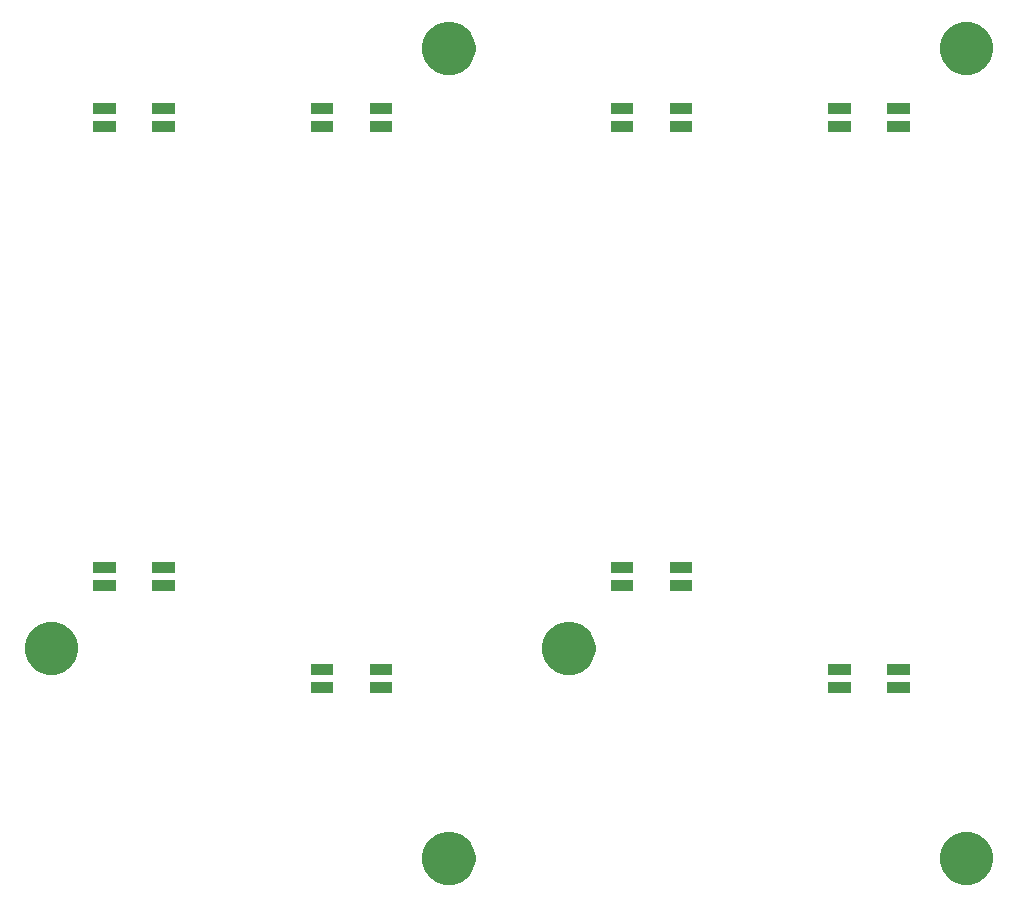
<source format=gbs>
G04 #@! TF.GenerationSoftware,KiCad,Pcbnew,5.1.5+dfsg1-2build2*
G04 #@! TF.CreationDate,2020-12-19T04:00:09+09:00*
G04 #@! TF.ProjectId,shield,73686965-6c64-42e6-9b69-6361645f7063,rev?*
G04 #@! TF.SameCoordinates,Original*
G04 #@! TF.FileFunction,Soldermask,Bot*
G04 #@! TF.FilePolarity,Negative*
%FSLAX46Y46*%
G04 Gerber Fmt 4.6, Leading zero omitted, Abs format (unit mm)*
G04 Created by KiCad (PCBNEW 5.1.5+dfsg1-2build2) date 2020-12-19 04:00:09*
%MOMM*%
%LPD*%
G04 APERTURE LIST*
%ADD10C,0.100000*%
G04 APERTURE END LIST*
D10*
G36*
X112670880Y-115869776D02*
G01*
X113051593Y-115945504D01*
X113461249Y-116115189D01*
X113829929Y-116361534D01*
X114143466Y-116675071D01*
X114389811Y-117043751D01*
X114559496Y-117453407D01*
X114646000Y-117888296D01*
X114646000Y-118331704D01*
X114559496Y-118766593D01*
X114389811Y-119176249D01*
X114143466Y-119544929D01*
X113829929Y-119858466D01*
X113461249Y-120104811D01*
X113051593Y-120274496D01*
X112670880Y-120350224D01*
X112616705Y-120361000D01*
X112173295Y-120361000D01*
X112119120Y-120350224D01*
X111738407Y-120274496D01*
X111328751Y-120104811D01*
X110960071Y-119858466D01*
X110646534Y-119544929D01*
X110400189Y-119176249D01*
X110230504Y-118766593D01*
X110144000Y-118331704D01*
X110144000Y-117888296D01*
X110230504Y-117453407D01*
X110400189Y-117043751D01*
X110646534Y-116675071D01*
X110960071Y-116361534D01*
X111328751Y-116115189D01*
X111738407Y-115945504D01*
X112119120Y-115869776D01*
X112173295Y-115859000D01*
X112616705Y-115859000D01*
X112670880Y-115869776D01*
G37*
G36*
X68855880Y-115869776D02*
G01*
X69236593Y-115945504D01*
X69646249Y-116115189D01*
X70014929Y-116361534D01*
X70328466Y-116675071D01*
X70574811Y-117043751D01*
X70744496Y-117453407D01*
X70831000Y-117888296D01*
X70831000Y-118331704D01*
X70744496Y-118766593D01*
X70574811Y-119176249D01*
X70328466Y-119544929D01*
X70014929Y-119858466D01*
X69646249Y-120104811D01*
X69236593Y-120274496D01*
X68855880Y-120350224D01*
X68801705Y-120361000D01*
X68358295Y-120361000D01*
X68304120Y-120350224D01*
X67923407Y-120274496D01*
X67513751Y-120104811D01*
X67145071Y-119858466D01*
X66831534Y-119544929D01*
X66585189Y-119176249D01*
X66415504Y-118766593D01*
X66329000Y-118331704D01*
X66329000Y-117888296D01*
X66415504Y-117453407D01*
X66585189Y-117043751D01*
X66831534Y-116675071D01*
X67145071Y-116361534D01*
X67513751Y-116115189D01*
X67923407Y-115945504D01*
X68304120Y-115869776D01*
X68358295Y-115859000D01*
X68801705Y-115859000D01*
X68855880Y-115869776D01*
G37*
G36*
X58776000Y-104081000D02*
G01*
X56874000Y-104081000D01*
X56874000Y-103159000D01*
X58776000Y-103159000D01*
X58776000Y-104081000D01*
G37*
G36*
X102591000Y-104081000D02*
G01*
X100689000Y-104081000D01*
X100689000Y-103159000D01*
X102591000Y-103159000D01*
X102591000Y-104081000D01*
G37*
G36*
X107591000Y-104081000D02*
G01*
X105689000Y-104081000D01*
X105689000Y-103159000D01*
X107591000Y-103159000D01*
X107591000Y-104081000D01*
G37*
G36*
X63776000Y-104081000D02*
G01*
X61874000Y-104081000D01*
X61874000Y-103159000D01*
X63776000Y-103159000D01*
X63776000Y-104081000D01*
G37*
G36*
X79015880Y-98089776D02*
G01*
X79396593Y-98165504D01*
X79806249Y-98335189D01*
X80174929Y-98581534D01*
X80488466Y-98895071D01*
X80734811Y-99263751D01*
X80904496Y-99673407D01*
X80991000Y-100108296D01*
X80991000Y-100551704D01*
X80904496Y-100986593D01*
X80734811Y-101396249D01*
X80488466Y-101764929D01*
X80174929Y-102078466D01*
X79806249Y-102324811D01*
X79396593Y-102494496D01*
X79015880Y-102570224D01*
X78961705Y-102581000D01*
X78518295Y-102581000D01*
X78464120Y-102570224D01*
X78083407Y-102494496D01*
X77673751Y-102324811D01*
X77305071Y-102078466D01*
X76991534Y-101764929D01*
X76745189Y-101396249D01*
X76575504Y-100986593D01*
X76489000Y-100551704D01*
X76489000Y-100108296D01*
X76575504Y-99673407D01*
X76745189Y-99263751D01*
X76991534Y-98895071D01*
X77305071Y-98581534D01*
X77673751Y-98335189D01*
X78083407Y-98165504D01*
X78464120Y-98089776D01*
X78518295Y-98079000D01*
X78961705Y-98079000D01*
X79015880Y-98089776D01*
G37*
G36*
X58776000Y-102581000D02*
G01*
X56874000Y-102581000D01*
X56874000Y-101659000D01*
X58776000Y-101659000D01*
X58776000Y-102581000D01*
G37*
G36*
X63776000Y-102581000D02*
G01*
X61874000Y-102581000D01*
X61874000Y-101659000D01*
X63776000Y-101659000D01*
X63776000Y-102581000D01*
G37*
G36*
X102591000Y-102581000D02*
G01*
X100689000Y-102581000D01*
X100689000Y-101659000D01*
X102591000Y-101659000D01*
X102591000Y-102581000D01*
G37*
G36*
X107591000Y-102581000D02*
G01*
X105689000Y-102581000D01*
X105689000Y-101659000D01*
X107591000Y-101659000D01*
X107591000Y-102581000D01*
G37*
G36*
X35200880Y-98089776D02*
G01*
X35581593Y-98165504D01*
X35991249Y-98335189D01*
X36359929Y-98581534D01*
X36673466Y-98895071D01*
X36919811Y-99263751D01*
X37089496Y-99673407D01*
X37176000Y-100108296D01*
X37176000Y-100551704D01*
X37089496Y-100986593D01*
X36919811Y-101396249D01*
X36673466Y-101764929D01*
X36359929Y-102078466D01*
X35991249Y-102324811D01*
X35581593Y-102494496D01*
X35200880Y-102570224D01*
X35146705Y-102581000D01*
X34703295Y-102581000D01*
X34649120Y-102570224D01*
X34268407Y-102494496D01*
X33858751Y-102324811D01*
X33490071Y-102078466D01*
X33176534Y-101764929D01*
X32930189Y-101396249D01*
X32760504Y-100986593D01*
X32674000Y-100551704D01*
X32674000Y-100108296D01*
X32760504Y-99673407D01*
X32930189Y-99263751D01*
X33176534Y-98895071D01*
X33490071Y-98581534D01*
X33858751Y-98335189D01*
X34268407Y-98165504D01*
X34649120Y-98089776D01*
X34703295Y-98079000D01*
X35146705Y-98079000D01*
X35200880Y-98089776D01*
G37*
G36*
X40361000Y-95445000D02*
G01*
X38459000Y-95445000D01*
X38459000Y-94523000D01*
X40361000Y-94523000D01*
X40361000Y-95445000D01*
G37*
G36*
X45361000Y-95445000D02*
G01*
X43459000Y-95445000D01*
X43459000Y-94523000D01*
X45361000Y-94523000D01*
X45361000Y-95445000D01*
G37*
G36*
X89176000Y-95445000D02*
G01*
X87274000Y-95445000D01*
X87274000Y-94523000D01*
X89176000Y-94523000D01*
X89176000Y-95445000D01*
G37*
G36*
X84176000Y-95445000D02*
G01*
X82274000Y-95445000D01*
X82274000Y-94523000D01*
X84176000Y-94523000D01*
X84176000Y-95445000D01*
G37*
G36*
X89176000Y-93945000D02*
G01*
X87274000Y-93945000D01*
X87274000Y-93023000D01*
X89176000Y-93023000D01*
X89176000Y-93945000D01*
G37*
G36*
X45361000Y-93945000D02*
G01*
X43459000Y-93945000D01*
X43459000Y-93023000D01*
X45361000Y-93023000D01*
X45361000Y-93945000D01*
G37*
G36*
X84176000Y-93945000D02*
G01*
X82274000Y-93945000D01*
X82274000Y-93023000D01*
X84176000Y-93023000D01*
X84176000Y-93945000D01*
G37*
G36*
X40361000Y-93945000D02*
G01*
X38459000Y-93945000D01*
X38459000Y-93023000D01*
X40361000Y-93023000D01*
X40361000Y-93945000D01*
G37*
G36*
X89176000Y-56583000D02*
G01*
X87274000Y-56583000D01*
X87274000Y-55661000D01*
X89176000Y-55661000D01*
X89176000Y-56583000D01*
G37*
G36*
X58776000Y-56583000D02*
G01*
X56874000Y-56583000D01*
X56874000Y-55661000D01*
X58776000Y-55661000D01*
X58776000Y-56583000D01*
G37*
G36*
X45361000Y-56583000D02*
G01*
X43459000Y-56583000D01*
X43459000Y-55661000D01*
X45361000Y-55661000D01*
X45361000Y-56583000D01*
G37*
G36*
X40361000Y-56583000D02*
G01*
X38459000Y-56583000D01*
X38459000Y-55661000D01*
X40361000Y-55661000D01*
X40361000Y-56583000D01*
G37*
G36*
X63776000Y-56583000D02*
G01*
X61874000Y-56583000D01*
X61874000Y-55661000D01*
X63776000Y-55661000D01*
X63776000Y-56583000D01*
G37*
G36*
X84176000Y-56583000D02*
G01*
X82274000Y-56583000D01*
X82274000Y-55661000D01*
X84176000Y-55661000D01*
X84176000Y-56583000D01*
G37*
G36*
X102591000Y-56583000D02*
G01*
X100689000Y-56583000D01*
X100689000Y-55661000D01*
X102591000Y-55661000D01*
X102591000Y-56583000D01*
G37*
G36*
X107591000Y-56583000D02*
G01*
X105689000Y-56583000D01*
X105689000Y-55661000D01*
X107591000Y-55661000D01*
X107591000Y-56583000D01*
G37*
G36*
X45361000Y-55083000D02*
G01*
X43459000Y-55083000D01*
X43459000Y-54161000D01*
X45361000Y-54161000D01*
X45361000Y-55083000D01*
G37*
G36*
X102591000Y-55083000D02*
G01*
X100689000Y-55083000D01*
X100689000Y-54161000D01*
X102591000Y-54161000D01*
X102591000Y-55083000D01*
G37*
G36*
X107591000Y-55083000D02*
G01*
X105689000Y-55083000D01*
X105689000Y-54161000D01*
X107591000Y-54161000D01*
X107591000Y-55083000D01*
G37*
G36*
X84176000Y-55083000D02*
G01*
X82274000Y-55083000D01*
X82274000Y-54161000D01*
X84176000Y-54161000D01*
X84176000Y-55083000D01*
G37*
G36*
X89176000Y-55083000D02*
G01*
X87274000Y-55083000D01*
X87274000Y-54161000D01*
X89176000Y-54161000D01*
X89176000Y-55083000D01*
G37*
G36*
X40361000Y-55083000D02*
G01*
X38459000Y-55083000D01*
X38459000Y-54161000D01*
X40361000Y-54161000D01*
X40361000Y-55083000D01*
G37*
G36*
X63776000Y-55083000D02*
G01*
X61874000Y-55083000D01*
X61874000Y-54161000D01*
X63776000Y-54161000D01*
X63776000Y-55083000D01*
G37*
G36*
X58776000Y-55083000D02*
G01*
X56874000Y-55083000D01*
X56874000Y-54161000D01*
X58776000Y-54161000D01*
X58776000Y-55083000D01*
G37*
G36*
X112670880Y-47289776D02*
G01*
X113051593Y-47365504D01*
X113461249Y-47535189D01*
X113829929Y-47781534D01*
X114143466Y-48095071D01*
X114389811Y-48463751D01*
X114559496Y-48873407D01*
X114646000Y-49308296D01*
X114646000Y-49751704D01*
X114559496Y-50186593D01*
X114389811Y-50596249D01*
X114143466Y-50964929D01*
X113829929Y-51278466D01*
X113461249Y-51524811D01*
X113051593Y-51694496D01*
X112670880Y-51770224D01*
X112616705Y-51781000D01*
X112173295Y-51781000D01*
X112119120Y-51770224D01*
X111738407Y-51694496D01*
X111328751Y-51524811D01*
X110960071Y-51278466D01*
X110646534Y-50964929D01*
X110400189Y-50596249D01*
X110230504Y-50186593D01*
X110144000Y-49751704D01*
X110144000Y-49308296D01*
X110230504Y-48873407D01*
X110400189Y-48463751D01*
X110646534Y-48095071D01*
X110960071Y-47781534D01*
X111328751Y-47535189D01*
X111738407Y-47365504D01*
X112119120Y-47289776D01*
X112173295Y-47279000D01*
X112616705Y-47279000D01*
X112670880Y-47289776D01*
G37*
G36*
X68855880Y-47289776D02*
G01*
X69236593Y-47365504D01*
X69646249Y-47535189D01*
X70014929Y-47781534D01*
X70328466Y-48095071D01*
X70574811Y-48463751D01*
X70744496Y-48873407D01*
X70831000Y-49308296D01*
X70831000Y-49751704D01*
X70744496Y-50186593D01*
X70574811Y-50596249D01*
X70328466Y-50964929D01*
X70014929Y-51278466D01*
X69646249Y-51524811D01*
X69236593Y-51694496D01*
X68855880Y-51770224D01*
X68801705Y-51781000D01*
X68358295Y-51781000D01*
X68304120Y-51770224D01*
X67923407Y-51694496D01*
X67513751Y-51524811D01*
X67145071Y-51278466D01*
X66831534Y-50964929D01*
X66585189Y-50596249D01*
X66415504Y-50186593D01*
X66329000Y-49751704D01*
X66329000Y-49308296D01*
X66415504Y-48873407D01*
X66585189Y-48463751D01*
X66831534Y-48095071D01*
X67145071Y-47781534D01*
X67513751Y-47535189D01*
X67923407Y-47365504D01*
X68304120Y-47289776D01*
X68358295Y-47279000D01*
X68801705Y-47279000D01*
X68855880Y-47289776D01*
G37*
M02*

</source>
